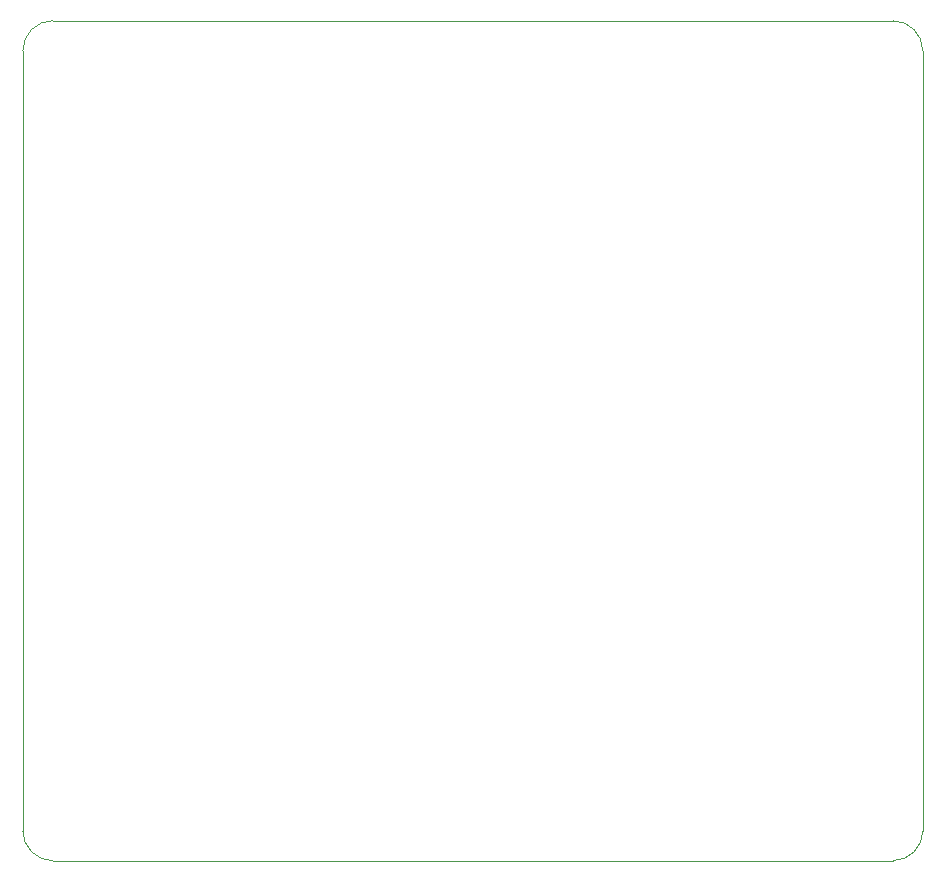
<source format=gm1>
%TF.GenerationSoftware,KiCad,Pcbnew,9.0.0*%
%TF.CreationDate,2025-03-27T02:42:37-07:00*%
%TF.ProjectId,sensor,73656e73-6f72-42e6-9b69-6361645f7063,v0.4*%
%TF.SameCoordinates,Original*%
%TF.FileFunction,Profile,NP*%
%FSLAX46Y46*%
G04 Gerber Fmt 4.6, Leading zero omitted, Abs format (unit mm)*
G04 Created by KiCad (PCBNEW 9.0.0) date 2025-03-27 02:42:37*
%MOMM*%
%LPD*%
G01*
G04 APERTURE LIST*
%TA.AperFunction,Profile*%
%ADD10C,0.050000*%
%TD*%
G04 APERTURE END LIST*
D10*
X113030000Y-140970000D02*
G75*
G02*
X110490000Y-138430000I0J2540000D01*
G01*
X113030000Y-69850000D02*
X184150000Y-69850000D01*
X110490000Y-72390000D02*
G75*
G02*
X113030000Y-69850000I2540000J0D01*
G01*
X186690000Y-72390000D02*
X186690000Y-138430000D01*
X110490000Y-138430000D02*
X110490000Y-72390000D01*
X184150000Y-140970000D02*
X113030000Y-140970000D01*
X186690000Y-138430000D02*
G75*
G02*
X184150000Y-140970000I-2540000J0D01*
G01*
X184150000Y-69850000D02*
G75*
G02*
X186690000Y-72390000I0J-2540000D01*
G01*
M02*

</source>
